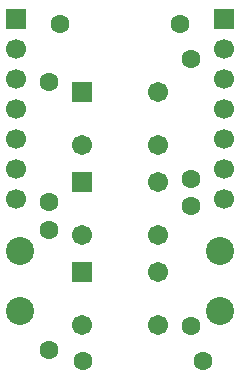
<source format=gts>
G04 #@! TF.GenerationSoftware,KiCad,Pcbnew,9.0.1*
G04 #@! TF.CreationDate,2025-10-16T18:55:29-04:00*
G04 #@! TF.ProjectId,button backpack,62757474-6f6e-4206-9261-636b7061636b,rev?*
G04 #@! TF.SameCoordinates,Original*
G04 #@! TF.FileFunction,Soldermask,Top*
G04 #@! TF.FilePolarity,Negative*
%FSLAX46Y46*%
G04 Gerber Fmt 4.6, Leading zero omitted, Abs format (unit mm)*
G04 Created by KiCad (PCBNEW 9.0.1) date 2025-10-16 18:55:29*
%MOMM*%
%LPD*%
G01*
G04 APERTURE LIST*
G04 Aperture macros list*
%AMRoundRect*
0 Rectangle with rounded corners*
0 $1 Rounding radius*
0 $2 $3 $4 $5 $6 $7 $8 $9 X,Y pos of 4 corners*
0 Add a 4 corners polygon primitive as box body*
4,1,4,$2,$3,$4,$5,$6,$7,$8,$9,$2,$3,0*
0 Add four circle primitives for the rounded corners*
1,1,$1+$1,$2,$3*
1,1,$1+$1,$4,$5*
1,1,$1+$1,$6,$7*
1,1,$1+$1,$8,$9*
0 Add four rect primitives between the rounded corners*
20,1,$1+$1,$2,$3,$4,$5,0*
20,1,$1+$1,$4,$5,$6,$7,0*
20,1,$1+$1,$6,$7,$8,$9,0*
20,1,$1+$1,$8,$9,$2,$3,0*%
G04 Aperture macros list end*
%ADD10R,1.700000X1.700000*%
%ADD11C,1.700000*%
%ADD12C,1.600000*%
%ADD13C,2.379000*%
%ADD14RoundRect,0.102000X-0.754000X-0.754000X0.754000X-0.754000X0.754000X0.754000X-0.754000X0.754000X0*%
%ADD15C,1.712000*%
G04 APERTURE END LIST*
D10*
X121700000Y-63100000D03*
D11*
X121700000Y-65640000D03*
X121700000Y-68180000D03*
X121700000Y-70720000D03*
X121700000Y-73260000D03*
X121700000Y-75800000D03*
X121700000Y-78340000D03*
D12*
X127340000Y-92000000D03*
X137500000Y-92000000D03*
X124500000Y-91080000D03*
X124500000Y-80920000D03*
D13*
X122020850Y-87790000D03*
X122020850Y-82710000D03*
D10*
X139300000Y-63100000D03*
D11*
X139300000Y-65640000D03*
X139300000Y-68180000D03*
X139300000Y-70720000D03*
X139300000Y-73260000D03*
X139300000Y-75800000D03*
X139300000Y-78340000D03*
D12*
X124500000Y-68420000D03*
X124500000Y-78580000D03*
D14*
X127250000Y-76875000D03*
D15*
X133750000Y-76875000D03*
X127250000Y-81375000D03*
X133750000Y-81375000D03*
D13*
X138979150Y-82710000D03*
X138979150Y-87790000D03*
D14*
X127250000Y-69250000D03*
D15*
X133750000Y-69250000D03*
X127250000Y-73750000D03*
X133750000Y-73750000D03*
D12*
X125420000Y-63500000D03*
X135580000Y-63500000D03*
X136500000Y-89080000D03*
X136500000Y-78920000D03*
D14*
X127250000Y-84500000D03*
D15*
X133750000Y-84500000D03*
X127250000Y-89000000D03*
X133750000Y-89000000D03*
D12*
X136500000Y-66500000D03*
X136500000Y-76660000D03*
M02*

</source>
